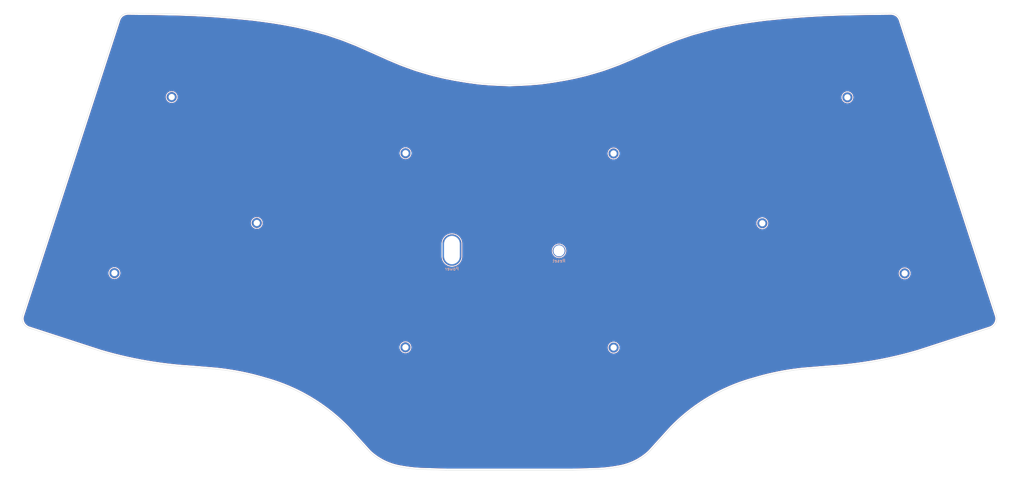
<source format=kicad_pcb>
(kicad_pcb (version 20211014) (generator pcbnew)
  (layers (0 "F.Cu" signal) (31 "B.Cu" signal) (34 "B.Paste" user) (35 "F.Paste" user) (36 "B.SilkS" user "B.Silkscreen") (37 "F.SilkS" user "F.Silkscreen") (38 "B.Mask" user) (39 "F.Mask" user) (44 "Edge.Cuts" user))
  (net 0 "")
  (footprint "" (layer "F.Cu") (at 319.760783 59.788673 18)
    (fp_text reference "" (at 0 0 18) (layer "F.SilkS") (effects (font (size 1.27 1.27))))
    (fp_text value "" (at 0 0 18) (layer "F.SilkS") (effects (font (size 1.27 1.27))))
    (pad "" thru_hole circle locked (at 0 0 108) (size 3.2 3.2) (drill 2) (layers *.Cu *.Mask "Dwgs.User") (clearance 0.3))
  )
  (footprint "" (layer "F.Cu") (at 337.960725 115.802333 18)
    (fp_text reference "" (at 0 0 18) (layer "F.SilkS") (effects (font (size 1.27 1.27))))
    (fp_text value "" (at 0 0 18) (layer "F.SilkS") (effects (font (size 1.27 1.27))))
    (pad "" thru_hole circle locked (at 0 0 108) (size 3.2 3.2) (drill 2) (layers *.Cu *.Mask "Dwgs.User") (clearance 0.3))
  )
  (footprint "" (layer "F.Cu") (at 245.445569 77.658341 18)
    (fp_text reference "" (at 0 0 18) (layer "F.SilkS") (effects (font (size 1.27 1.27))))
    (fp_text value "" (at 0 0 18) (layer "F.SilkS") (effects (font (size 1.27 1.27))))
    (pad "" thru_hole circle locked (at 0 0 108) (size 3.2 3.2) (drill 2) (layers *.Cu *.Mask "Dwgs.User") (clearance 0.3))
  )
  (footprint "" (layer "F.Cu") (at 292.718523 99.855343 18)
    (fp_text reference "" (at 0 0 18) (layer "F.SilkS") (effects (font (size 1.27 1.27))))
    (fp_text value "" (at 0 0 18) (layer "F.SilkS") (effects (font (size 1.27 1.27))))
    (pad "" thru_hole circle locked (at 0 0 108) (size 3.2 3.2) (drill 2) (layers *.Cu *.Mask "Dwgs.User") (clearance 0.3))
  )
  (footprint "" (layer "F.Cu") (at 194.08482 108.375207)
    (fp_text reference "" (at 0 0) (layer "F.SilkS") (effects (font (size 1.27 1.27))))
    (fp_text value "" (at 0 0) (layer "F.SilkS") (effects (font (size 1.27 1.27))))
    (pad "" thru_hole oval locked (at 0 0 90) (size 10 6) (drill oval 9 5) (layers F&B.Cu *.Mask "Dwgs.User") (clearance 0.3))
  )
  (footprint "" (layer "F.Cu") (at 245.478828 139.407797 18)
    (fp_text reference "" (at 0 0 18) (layer "F.SilkS") (effects (font (size 1.27 1.27))))
    (fp_text value "" (at 0 0 18) (layer "F.SilkS") (effects (font (size 1.27 1.27))))
    (pad "" thru_hole circle locked (at 0 0 108) (size 3.2 3.2) (drill 2) (layers *.Cu *.Mask "Dwgs.User") (clearance 0.3))
  )
  (footprint "" (layer "F.Cu") (at 228.126819 108.629208)
    (fp_text reference "" (at 0 0) (layer "F.SilkS") (effects (font (size 1.27 1.27))))
    (fp_text value "" (at 0 0) (layer "F.SilkS") (effects (font (size 1.27 1.27))))
    (pad "" thru_hole circle locked (at 0 0 90) (size 4 4) (drill 3.5) (layers F&B.Cu *.Mask "Dwgs.User") (clearance 0.3))
  )
  (footprint "" (layer "B.Cu") (at 179.339986 77.567254 162)
    (fp_text reference "" (at 0 0 162) (layer "B.SilkS") (effects (font (size 1.27 1.27)) (justify mirror)))
    (fp_text value "" (at 0 0 162) (layer "B.SilkS") (effects (font (size 1.27 1.27)) (justify mirror)))
    (pad "" thru_hole circle locked (at 0 0 252) (size 3.2 3.2) (drill 2) (layers *.Cu *.Mask "Dwgs.User") (clearance 0.3))
  )
  (footprint "" (layer "B.Cu") (at 179.306725 139.316714 162)
    (fp_text reference "" (at 0 0 162) (layer "B.SilkS") (effects (font (size 1.27 1.27)) (justify mirror)))
    (fp_text value "" (at 0 0 162) (layer "B.SilkS") (effects (font (size 1.27 1.27)) (justify mirror)))
    (pad "" thru_hole circle locked (at 0 0 252) (size 3.2 3.2) (drill 2) (layers *.Cu *.Mask "Dwgs.User") (clearance 0.3))
  )
  (footprint "" (layer "B.Cu") (at 105.024771 59.697588 162)
    (fp_text reference "" (at 0 0 162) (layer "B.SilkS") (effects (font (size 1.27 1.27)) (justify mirror)))
    (fp_text value "" (at 0 0 162) (layer "B.SilkS") (effects (font (size 1.27 1.27)) (justify mirror)))
    (pad "" thru_hole circle locked (at 0 0 252) (size 3.2 3.2) (drill 2) (layers *.Cu *.Mask "Dwgs.User") (clearance 0.3))
  )
  (footprint "" (layer "B.Cu") (at 132.067033 99.76426 162)
    (fp_text reference "" (at 0 0 162) (layer "B.SilkS") (effects (font (size 1.27 1.27)) (justify mirror)))
    (fp_text value "" (at 0 0 162) (layer "B.SilkS") (effects (font (size 1.27 1.27)) (justify mirror)))
    (pad "" thru_hole circle locked (at 0 0 252) (size 3.2 3.2) (drill 2) (layers *.Cu *.Mask "Dwgs.User") (clearance 0.3))
  )
  (footprint "" (layer "B.Cu") (at 86.82483 115.71125 162)
    (fp_text reference "" (at 0 0 162) (layer "B.SilkS") (effects (font (size 1.27 1.27)) (justify mirror)))
    (fp_text value "" (at 0 0 162) (layer "B.SilkS") (effects (font (size 1.27 1.27)) (justify mirror)))
    (pad "" thru_hole circle locked (at 0 0 252) (size 3.2 3.2) (drill 2) (layers *.Cu *.Mask "Dwgs.User") (clearance 0.3))
  )
  (gr_line (start 192.325498 178.392208) (end 184.197495 178.138207) (layer "Edge.Cuts") (width 0.1))
  (gr_line (start 201.215496 178.392207) (end 192.325498 178.392208) (layer "Edge.Cuts") (width 0.1))
  (gr_line (start 202.623624 55.245565) (end 206.543159 55.56416) (layer "Edge.Cuts") (width 0.099999))
  (gr_line (start 335.594245 33.76461) (end 335.84821 34.018616) (layer "Edge.Cuts") (width 0.099999))
  (gr_line (start 313.533179 145.600245) (end 305.786351 146.23756) (layer "Edge.Cuts") (width 0.1))
  (gr_line (start 150.620767 38.596805) (end 154.39563 39.624819) (layer "Edge.Cuts") (width 0.099999))
  (gr_line (start 318.041316 33.301431) (end 326.168503 33.130504) (layer "Edge.Cuts") (width 0.099999))
  (gr_line (start 261.082017 43.015155) (end 263.211641 42.17455) (layer "Edge.Cuts") (width 0.099999))
  (gr_line (start 336.305396 34.628212) (end 336.457832 34.933011) (layer "Edge.Cuts") (width 0.099999))
  (gr_line (start 169.928288 45.786137) (end 173.929055 47.584946) (layer "Edge.Cuts") (width 0.099999))
  (gr_line (start 326.168503 33.130504) (end 331.122863 33.075925) (layer "Edge.Cuts") (width 0.099999))
  (gr_line (start 250.828584 47.584945) (end 254.829351 45.786136) (layer "Edge.Cuts") (width 0.099999))
  (gr_line (start 293.955467 34.947131) (end 300.16032 34.338352) (layer "Edge.Cuts") (width 0.099999))
  (gr_arc (start 118.983967 146.23756) (mid 126.998036 147.441362) (end 134.858538 149.412899) (layer "Edge.Cuts") (width 0.1))
  (gr_line (start 187.980618 52.548177) (end 191.760136 53.449279) (layer "Edge.Cuts") (width 0.099999))
  (gr_arc (start 59.740927 133.193879) (mid 57.867814 131.633427) (end 57.669445 129.203568) (layer "Edge.Cuts") (width 0.1))
  (gr_line (start 140.283566 36.311482) (end 144.448464 37.099625) (layer "Edge.Cuts") (width 0.099999))
  (gr_line (start 335.84821 34.018616) (end 336.102241 34.323409) (layer "Edge.Cuts") (width 0.099999))
  (gr_line (start 244.942696 49.961219) (end 247.199249 49.115966) (layer "Edge.Cuts") (width 0.099999))
  (gr_line (start 106.716321 33.30143) (end 112.55438 33.515506) (layer "Edge.Cuts") (width 0.099999))
  (gr_line (start 163.675623 43.015154) (end 166.176695 44.123543) (layer "Edge.Cuts") (width 0.099999))
  (gr_line (start 90.94141 33.053409) (end 93.634775 33.075925) (layer "Edge.Cuts") (width 0.099999))
  (gr_arc (start 246.906225 177.388368) (mid 243.75169 177.866049) (end 240.572823 178.138207) (layer "Edge.Cuts") (width 0.1))
  (gr_line (start 108.061964 145.375559) (end 111.237139 145.600245) (layer "Edge.Cuts") (width 0.099999))
  (gr_line (start 112.55438 33.515506) (end 118.514711 33.86114) (layer "Edge.Cuts") (width 0.099999))
  (gr_line (start 194.914394 54.073282) (end 198.830127 54.72521) (layer "Edge.Cuts") (width 0.099999))
  (gr_arc (start 108.061964 145.375559) (mid 95.211182 143.633246) (end 82.598552 140.616653) (layer "Edge.Cuts") (width 0.1))
  (gr_line (start 270.362009 39.624821) (end 274.136873 38.596806) (layer "Edge.Cuts") (width 0.099999))
  (gr_line (start 218.227159 55.564158) (end 222.134016 55.245564) (layer "Edge.Cuts") (width 0.099999))
  (gr_line (start 124.597317 34.338352) (end 130.802169 34.947131) (layer "Edge.Cuts") (width 0.099999))
  (gr_line (start 334.832218 33.307416) (end 335.238623 33.51061) (layer "Edge.Cuts") (width 0.099999))
  (gr_line (start 159.416372 41.333948) (end 161.545997 42.174554) (layer "Edge.Cuts") (width 0.099999))
  (gr_line (start 144.448464 37.099625) (end 147.851906 37.859846) (layer "Edge.Cuts") (width 0.099999))
  (gr_line (start 236.777017 52.548177) (end 239.795052 51.674998) (layer "Edge.Cuts") (width 0.099999))
  (gr_line (start 225.927509 54.72521) (end 229.843246 54.073282) (layer "Edge.Cuts") (width 0.099999))
  (gr_line (start 59.753602 133.193877) (end 64.480925 134.729876) (layer "Edge.Cuts") (width 0.1))
  (gr_line (start 336.457832 34.933011) (end 360.004928 107.403517) (layer "Edge.Cuts") (width 0.1))
  (gr_line (start 179.814943 49.96122) (end 182.574483 50.95201) (layer "Edge.Cuts") (width 0.099999))
  (gr_arc (start 177.864093 177.388368) (mid 172.552173 175.712099) (end 167.958093 172.562369) (layer "Edge.Cuts") (width 0.1))
  (gr_line (start 212.385159 178.392208) (end 201.215496 178.392207) (layer "Edge.Cuts") (width 0.1))
  (gr_line (start 306.242928 33.861141) (end 312.20326 33.515505) (layer "Edge.Cuts") (width 0.099999))
  (gr_line (start 88.299805 34.933008) (end 88.452241 34.628213) (layer "Edge.Cuts") (width 0.099999))
  (gr_line (start 89.925419 33.307414) (end 90.331821 33.155013) (layer "Edge.Cuts") (width 0.099999))
  (gr_arc (start 289.91178 149.412899) (mid 297.772282 147.441362) (end 305.786351 146.23756) (layer "Edge.Cuts") (width 0.1))
  (gr_line (start 239.795052 51.674998) (end 242.183157 50.952008) (layer "Edge.Cuts") (width 0.099999))
  (gr_arc (start 263.876149 164.777232) (mid 275.872723 155.36452) (end 289.91178 149.412899) (layer "Edge.Cuts") (width 0.1))
  (gr_line (start 254.829351 45.786136) (end 258.580943 44.123545) (layer "Edge.Cuts") (width 0.099999))
  (gr_line (start 198.830127 54.72521) (end 202.623624 55.245565) (layer "Edge.Cuts") (width 0.099999))
  (gr_line (start 300.16032 34.338352) (end 306.242928 33.861141) (layer "Edge.Cuts") (width 0.099999))
  (gr_line (start 258.580943 44.123545) (end 261.082017 43.015155) (layer "Edge.Cuts") (width 0.099999))
  (gr_line (start 89.163395 33.76461) (end 89.519015 33.510612) (layer "Edge.Cuts") (width 0.099999))
  (gr_line (start 64.480925 134.729876) (end 82.598552 140.616653) (layer "Edge.Cuts") (width 0.1))
  (gr_line (start 333.81623 33.053409) (end 334.425819 33.155011) (layer "Edge.Cuts") (width 0.099999))
  (gr_line (start 118.514711 33.86114) (end 124.597317 34.338352) (layer "Edge.Cuts") (width 0.099999))
  (gr_line (start 223.554822 178.392207) (end 212.385159 178.392208) (layer "Edge.Cuts") (width 0.1))
  (gr_line (start 88.909428 34.018612) (end 89.163395 33.76461) (layer "Edge.Cuts") (width 0.099999))
  (gr_line (start 240.572823 178.138207) (end 232.44482 178.392208) (layer "Edge.Cuts") (width 0.1))
  (gr_line (start 291.172649 35.303345) (end 293.955467 34.947131) (layer "Edge.Cuts") (width 0.099999))
  (gr_line (start 335.238623 33.51061) (end 335.594245 33.76461) (layer "Edge.Cuts") (width 0.099999))
  (gr_line (start 232.44482 178.392208) (end 223.554822 178.392207) (layer "Edge.Cuts") (width 0.1))
  (gr_line (start 118.983967 146.23756) (end 111.237139 145.600245) (layer "Edge.Cuts") (width 0.1))
  (gr_arc (start 184.197495 178.138207) (mid 181.018628 177.866049) (end 177.864093 177.388368) (layer "Edge.Cuts") (width 0.1))
  (gr_line (start 98.589134 33.130506) (end 106.716321 33.30143) (layer "Edge.Cuts") (width 0.099999))
  (gr_arc (start 256.812225 172.562369) (mid 252.218145 175.712099) (end 246.906225 177.388368) (layer "Edge.Cuts") (width 0.1))
  (gr_arc (start 367.088194 129.203569) (mid 366.889825 131.633424) (end 365.016716 133.193877) (layer "Edge.Cuts") (width 0.1))
  (gr_line (start 242.183157 50.952008) (end 244.942696 49.961219) (layer "Edge.Cuts") (width 0.099999))
  (gr_line (start 166.176695 44.123543) (end 169.928288 45.786137) (layer "Edge.Cuts") (width 0.099999))
  (gr_line (start 64.752712 107.403517) (end 88.299805 34.933008) (layer "Edge.Cuts") (width 0.1))
  (gr_line (start 313.533179 145.600245) (end 316.708354 145.375559) (layer "Edge.Cuts") (width 0.099999))
  (gr_line (start 191.760136 53.449279) (end 194.914394 54.073282) (layer "Edge.Cuts") (width 0.099999))
  (gr_line (start 232.997501 53.449279) (end 236.777017 52.548177) (layer "Edge.Cuts") (width 0.099999))
  (gr_line (start 182.574483 50.95201) (end 184.962586 51.674997) (layer "Edge.Cuts") (width 0.099999))
  (gr_line (start 184.962586 51.674997) (end 187.980618 52.548177) (layer "Edge.Cuts") (width 0.099999))
  (gr_line (start 93.634775 33.075925) (end 98.589134 33.130506) (layer "Edge.Cuts") (width 0.099999))
  (gr_arc (start 134.858538 149.412899) (mid 148.897595 155.36452) (end 160.894169 164.777232) (layer "Edge.Cuts") (width 0.1))
  (gr_line (start 342.171766 140.616653) (end 360.289393 134.729876) (layer "Edge.Cuts") (width 0.1))
  (gr_line (start 88.452241 34.628213) (end 88.655399 34.323407) (layer "Edge.Cuts") (width 0.099999))
  (gr_line (start 360.289393 134.729876) (end 365.016716 133.193877) (layer "Edge.Cuts") (width 0.1))
  (gr_line (start 331.122863 33.075925) (end 333.81623 33.053409) (layer "Edge.Cuts") (width 0.099999))
  (gr_line (start 336.102241 34.323409) (end 336.305396 34.628212) (layer "Edge.Cuts") (width 0.099999))
  (gr_line (start 177.558392 49.115966) (end 179.814943 49.96122) (layer "Edge.Cuts") (width 0.099999))
  (gr_line (start 247.199249 49.115966) (end 250.828584 47.584945) (layer "Edge.Cuts") (width 0.099999))
  (gr_line (start 360.004928 107.403517) (end 367.088194 129.203569) (layer "Edge.Cuts") (width 0.1))
  (gr_line (start 147.851906 37.859846) (end 150.620767 38.596805) (layer "Edge.Cuts") (width 0.099999))
  (gr_line (start 229.843246 54.073282) (end 232.997501 53.449279) (layer "Edge.Cuts") (width 0.099999))
  (gr_line (start 334.425819 33.155011) (end 334.832218 33.307416) (layer "Edge.Cuts") (width 0.099999))
  (gr_line (start 265.341263 41.333949) (end 270.362009 39.624821) (layer "Edge.Cuts") (width 0.099999))
  (gr_line (start 137.251567 35.819046) (end 140.283566 36.311482) (layer "Edge.Cuts") (width 0.099999))
  (gr_line (start 90.331821 33.155013) (end 90.94141 33.053409) (layer "Edge.Cuts") (width 0.099999))
  (gr_arc (start 342.171766 140.616653) (mid 329.559136 143.633246) (end 316.708354 145.375559) (layer "Edge.Cuts") (width 0.1))
  (gr_line (start 154.39563 39.624819) (end 159.416372 41.333948) (layer "Edge.Cuts") (width 0.099999))
  (gr_line (start 130.802169 34.947131) (end 133.584991 35.303343) (layer "Edge.Cuts") (width 0.099999))
  (gr_line (start 89.519015 33.510612) (end 89.925419 33.307414) (layer "Edge.Cuts") (width 0.099999))
  (gr_line (start 212.385159 55.81816) (end 218.227159 55.564158) (layer "Edge.Cuts") (width 0.099999))
  (gr_line (start 206.543159 55.56416) (end 212.385159 55.81816) (layer "Edge.Cuts") (width 0.099999))
  (gr_line (start 222.134016 55.245564) (end 225.927509 54.72521) (layer "Edge.Cuts") (width 0.099999))
  (gr_line (start 287.506068 35.819046) (end 291.172649 35.303345) (layer "Edge.Cuts") (width 0.099999))
  (gr_line (start 276.905733 37.85985) (end 280.309177 37.099626) (layer "Edge.Cuts") (width 0.099999))
  (gr_line (start 280.309177 37.099626) (end 284.474071 36.311482) (layer "Edge.Cuts") (width 0.099999))
  (gr_line (start 167.958093 172.562369) (end 160.894169 164.777232) (layer "Edge.Cuts") (width 0.1))
  (gr_line (start 133.584991 35.303343) (end 137.251567 35.819046) (layer "Edge.Cuts") (width 0.099999))
  (gr_line (start 263.211641 42.17455) (end 265.341263 41.333949) (layer "Edge.Cuts") (width 0.099999))
  (gr_line (start 173.929055 47.584946) (end 177.558392 49.115966) (layer "Edge.Cuts") (width 0.099999))
  (gr_line (start 312.20326 33.515505) (end 318.041316 33.301431) (layer "Edge.Cuts") (width 0.099999))
  (gr_line (start 88.655399 34.323407) (end 88.909428 34.018612) (layer "Edge.Cuts") (width 0.099999))
  (gr_line (start 161.545997 42.174554) (end 163.675623 43.015154) (layer "Edge.Cuts") (width 0.099999))
  (gr_line (start 274.136873 38.596806) (end 276.905733 37.85985) (layer "Edge.Cuts") (width 0.099999))
  (gr_line (start 284.474071 36.311482) (end 287.506068 35.819046) (layer "Edge.Cuts") (width 0.099999))
  (gr_line (start 57.669445 129.203568) (end 64.752712 107.403517) (layer "Edge.Cuts") (width 0.1))
  (gr_line (start 263.876149 164.777232) (end 256.812225 172.562369) (layer "Edge.Cuts") (width 0.1))
  (gr_text "Power" (at 194.08482 114.375207) (layer "B.SilkS") (effects (font (size 1 1)) (justify mirror)))
  (gr_text "Reset" (at 228.126819 111.829208) (layer "B.SilkS") (effects (font (size 1 1)) (justify mirror)))
  (zone (net 0) (net_name "") (layers F&B.Cu) (connect_pads (clearance 0.508)) (min_thickness 0.254) (fill yes (thermal_gap 0.508) (thermal_bridge_width 0.508))
    (polygon (pts (xy 375.897658 139.16191) (xy 306.841411 159.799408) (xy 254.45391 182.81816) (xy 175.078911 182.818161) (xy 130.628909 156.624409) (xy 50.460158 141.543159) (xy 86.178909 28.83066) (xy 132.216408 32.005661) (xy 164.76016 40.73691) (xy 185.39766 49.46816) (xy 211.59141 53.436908) (xy 245.722661 47.086909) (xy 267.153909 38.35566) (xy 294.141408 32.79941) (xy 337.003908 30.418161)))
  )
)
</source>
